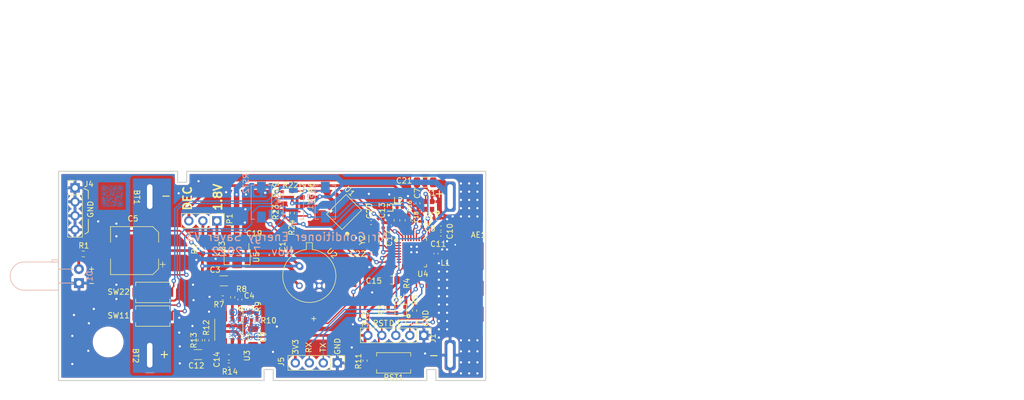
<source format=kicad_pcb>
(kicad_pcb (version 20211014) (generator pcbnew)
  (layers (0 "F.Cu" signal) (31 "B.Cu" signal) (34 "B.Paste" user) (35 "F.Paste" user) (36 "B.SilkS" user "B.Silkscreen") (37 "F.SilkS" user "F.Silkscreen") (38 "B.Mask" user) (39 "F.Mask" user) (44 "Edge.Cuts" user))
  (net 0 "")
  (net 1 "GND")
  (net 2 "Net-(AE1-Pad1)")
  (net 3 "Net-(C2-Pad1)")
  (net 4 "Net-(C3-Pad1)")
  (net 5 "Net-(C4-Pad1)")
  (net 6 "Net-(C4-Pad2)")
  (net 7 "Net-(C6-Pad1)")
  (net 8 "Net-(C7-Pad1)")
  (net 9 "Net-(C8-Pad1)")
  (net 10 "Net-(C9-Pad1)")
  (net 11 "Net-(C14-Pad1)")
  (net 12 "Net-(C10-Pad1)")
  (net 13 "Net-(C11-Pad1)")
  (net 14 "Net-(C12-Pad2)")
  (net 15 "Net-(C13-Pad1)")
  (net 16 "/PIR")
  (net 17 "/OP_VCC")
  (net 18 "Net-(C20-Pad2)")
  (net 19 "Net-(C22-Pad2)")
  (net 20 "Net-(D1-Pad2)")
  (net 21 "Net-(D3-Pad1)")
  (net 22 "Net-(D3-Pad2)")
  (net 23 "Net-(D3-Pad4)")
  (net 24 "/RESET")
  (net 25 "/SWCLK")
  (net 26 "/SWDIO")
  (net 27 "Net-(L2-Pad2)")
  (net 28 "Net-(L3-Pad2)")
  (net 29 "/IR1")
  (net 30 "/IR2")
  (net 31 "/LED_B")
  (net 32 "/LED_G")
  (net 33 "/LED_R")
  (net 34 "Net-(R7-Pad1)")
  (net 35 "/TX")
  (net 36 "/RX")
  (net 39 "Net-(R19-Pad1)")
  (net 40 "Net-(R22-Pad1)")
  (net 41 "/SW2")
  (net 42 "/SW1")
  (net 43 "/IR_IN")
  (net 44 "+3V0")
  (net 45 "Net-(BT1-Pad2)")
  (net 46 "+1V8")
  (net 47 "/DEC4")
  (net 49 "Net-(JP1-Pad2)")
  (footprint "Capacitor_SMD:CP_Elec_8x10.5" (layer "F.Cu") (at 110.8 87.7 180)
    (fp_text reference "C5")
    (fp_text value "1000uF")
  )
  (footprint "Crystal:Crystal_SMD_3215-2Pin_3.2x1.5mm" (layer "F.Cu") (at 154.175 85.55 -90)
    (fp_text reference "Y2")
    (fp_text value "32.768KHz")
  )
  (footprint "Capacitor_SMD:C_0402_1005Metric" (layer "F.Cu") (at 153.8 88.3)
    (fp_text reference "C22")
    (fp_text value "12pF")
  )
  (footprint "Motion_sense:IRM-H638" (layer "F.Cu") (at 148.8 80.7 45)
    (fp_text reference "U1")
    (fp_text value "IRM-H638T/TR2")
  )
  (footprint "RF_Antenna:Texas_SWRA117D_2.4GHz_Right" (layer "F.Cu") (at 168.975 88.75 -90)
    (fp_text reference "AE1")
    (fp_text value "Antenna_Dipole")
  )
  (footprint "Resistor_SMD:R_0402_1005Metric" (layer "F.Cu") (at 161.6 98.6 90)
    (fp_text reference "R5")
    (fp_text value "1K")
  )
  (footprint "Button_Switch_SMD:SW_SPST_EVQPE1" (layer "F.Cu") (at 114.1 99.6 180)
    (fp_text reference "SW11")
    (fp_text value "SW_Push")
  )
  (footprint "Capacitor_SMD:C_1206_3216Metric" (layer "F.Cu") (at 127 93.2 180)
    (fp_text reference "C3")
    (fp_text value "22uF")
  )
  (footprint "Button_Switch_SMD:SW_SPST_EVQPE1" (layer "F.Cu") (at 157.8 108.1 180)
    (fp_text reference "RST1")
    (fp_text value "SW_Push")
  )
  (footprint "Capacitor_SMD:C_0603_1608Metric" (layer "F.Cu") (at 160.4 82.2 -90)
    (fp_text reference "C16")
    (fp_text value "1uF")
  )
  (footprint "Connector_PinHeader_2.54mm:PinHeader_1x03_P2.54mm_Vertical" (layer "F.Cu") (at 125.725 82.3 -90)
    (fp_text reference "JP1")
    (fp_text value "Jumper_3_Bridged12")
  )
  (footprint "Resistor_SMD:R_0402_1005Metric" (layer "F.Cu") (at 152.6 107.7 90)
    (fp_text reference "R11")
    (fp_text value "10K")
  )
  (footprint "Resistor_SMD:R_0603_1608Metric" (layer "F.Cu") (at 101.5 88.3)
    (fp_text reference "R1")
    (fp_text value "100R")
  )
  (footprint "Package_DFN_QFN:QFN-32-1EP_5x5mm_P0.5mm_EP3.6x3.6mm" (layer "F.Cu") (at 161.175 88.05)
    (fp_text reference "U4")
    (fp_text value "nRF52810-QCAA-R")
  )
  (footprint "Inductor_SMD:L_0603_1608Metric" (layer "F.Cu") (at 158.4 82.2 -90)
    (fp_text reference "L3")
    (fp_text value "10uH")
  )
  (footprint "Connector_PinHeader_2.54mm:PinHeader_1x04_P2.54mm_Vertical" (layer "F.Cu") (at 100 76.3)
    (fp_text reference "J4")
    (fp_text value "Conn_01x04_Male")
  )
  (footprint "Capacitor_SMD:C_0402_1005Metric" (layer "F.Cu") (at 165.475 88.25 90)
    (fp_text reference "C11")
    (fp_text value "0.8pF")
  )
  (footprint "Capacitor_SMD:C_0402_1005Metric" (layer "F.Cu") (at 155.9 83.1 90)
    (fp_text reference "C13")
    (fp_text value "100nF")
  )
  (footprint "Crystal:Crystal_SMD_2016-4Pin_2.0x1.6mm" (layer "F.Cu") (at 164.2 79.5 90)
    (fp_text reference "Y1")
    (fp_text value "32MHz")
  )
  (footprint "Resistor_SMD:R_0402_1005Metric" (layer "F.Cu") (at 123.9 104 -90)
    (fp_text reference "R12")
    (fp_text value "33K")
  )
  (footprint "Resistor_SMD:R_0603_1608Metric" (layer "F.Cu") (at 123.1 87.4 90)
    (fp_text reference "R2")
    (fp_text value "4.7K")
  )
  (footprint "Capacitor_SMD:C_0402_1005Metric" (layer "F.Cu") (at 163 82.9 90)
    (fp_text reference "C18")
    (fp_text value "100nF")
  )
  (footprint "Capacitor_SMD:C_0402_1005Metric" (layer "F.Cu") (at 165.6 81.8)
    (fp_text reference "C6")
    (fp_text value "12pF")
  )
  (footprint "Resistor_SMD:R_0402_1005Metric" (layer "F.Cu") (at 137.9 80.9 -90)
    (fp_text reference "R23")
    (fp_text value "10K")
  )
  (footprint "Resistor_SMD:R_0402_1005Metric" (layer "F.Cu") (at 128.6 96.2 90)
    (fp_text reference "R8")
    (fp_text value "10K")
  )
  (footprint "Resistor_SMD:R_0402_1005Metric" (layer "F.Cu") (at 132.5 100.3 180)
    (fp_text reference "R10")
    (fp_text value "30K")
  )
  (footprint "Resistor_SMD:R_0402_1005Metric" (layer "F.Cu") (at 137.6 77.5 -90)
    (fp_text reference "R19")
    (fp_text value "0R")
  )
  (footprint "Connector_PinHeader_2.54mm:PinHeader_1x05_P2.54mm_Vertical" (layer "F.Cu") (at 163.275 103.1 -90)
    (fp_text reference "J1")
    (fp_text value "Conn_01x05_Male")
  )
  (footprint "Connector_PinHeader_2.54mm:PinHeader_1x04_P2.54mm_Vertical" (layer "F.Cu") (at 147.58 108.1 -90)
    (fp_text reference "J5")
    (fp_text value "Conn_01x04_Male")
  )
  (footprint "Package_TO_SOT_SMD:SOT-89-3" (layer "F.Cu") (at 129.4 88.6 -90)
    (fp_text reference "U5")
    (fp_text value "HT7218")
  )
  (footprint "Capacitor_SMD:C_0402_1005Metric" (layer "F.Cu") (at 130 84.7)
    (fp_text reference "C19")
    (fp_text value "100nF")
  )
  (footprint "Capacitor_SMD:C_0402_1005Metric" (layer "F.Cu") (at 166.35 83.6)
    (fp_text reference "C8")
    (fp_text value "100pF")
  )
  (footprint "Motion_sense:FM-B2020RGBA-HG" (layer "F.Cu") (at 159.1 98.5 180)
    (fp_text reference "D3")
    (fp_text value "LED_RGBA")
  )
  (footprint "Capacitor_SMD:C_0603_1608Metric" (layer "F.Cu") (at 141.2 78.8 90)
    (fp_text reference "C2")
    (fp_text value "4.7uF")
  )
  (footprint "Resistor_SMD:R_0603_1608Metric" (layer "F.Cu") (at 142.9 78.8 90)
    (fp_text reference "R6")
    (fp_text value "100R")
  )
  (footprint "Capacitor_SMD:C_0402_1005Metric" (layer "F.Cu") (at 162.2 79.1 -90)
    (fp_text reference "C7")
    (fp_text value "12pF")
  )
  (footprint "Button_Switch_SMD:SW_SPST_EVQPE1" (layer "F.Cu") (at 114.1 95.3)
    (fp_text reference "SW22")
    (fp_text value "SW_Push")
  )
  (footprint "Resistor_SMD:R_0402_1005Metric" (layer "F.Cu") (at 126.8 96.3 180)
    (fp_text reference "R7")
    (fp_text value "47K")
  )
  (footprint "Resistor_SMD:R_0603_1608Metric" (layer "F.Cu") (at 131.7 98.1 -90)
    (fp_text reference "R9")
    (fp_text value "2.1M")
  )
  (footprint "Capacitor_SMD:C_0402_1005Metric" (layer "F.Cu") (at 125.5 87.4 -90)
    (fp_text reference "C23")
    (fp_text value "100nF")
  )
  (footprint "Package_TO_SOT_THT:TO-39-3" (layer "F.Cu") (at 140.703949 90.503949 -45)
    (fp_text reference "U2")
    (fp_text value "PIR203A-S0")
  )
  (footprint "Capacitor_SMD:C_0402_1005Metric" (layer "F.Cu") (at 157 83.1 90)
    (fp_text reference "C17")
    (fp_text value "100nF")
  )
  (footprint "Package_SO:SOIC-8_3.9x4.9mm_P1.27mm" (layer "F.Cu") (at 127.9 102.1 -90)
    (fp_text reference "U3")
    (fp_text value "RS8032XK")
  )
  (footprint "Capacitor_SMD:C_0402_1005Metric" (layer "F.Cu") (at 153.7 82.6)
    (fp_text reference "C20")
    (fp_text value "12pF")
  )
  (footprint "Capacitor_SMD:C_0805_2012Metric" (layer "F.Cu") (at 157.475 93.05 180)
    (fp_text reference "C15")
    (fp_text value "4.7uF")
  )
  (footprint "Capacitor_SMD:C_1206_3216Metric" (layer "F.Cu") (at 132.3 103.4 -90)
    (fp_text reference "C9")
    (fp_text value "10uF")
  )
  (footprint "Motion_sense:AA Batt" (layer "F.Cu") (at 140.3 106.7 180)
    (fp_text reference "BT2")
    (fp_text value "Battery_Cell")
  )
  (footprint "Capacitor_SMD:C_0402_1005Metric" (layer "F.Cu") (at 166.35 84.7)
    (fp_text reference "C10")
    (fp_text value "NC")
  )
  (footprint "Inductor_SMD:L_0402_1005Metric" (layer "F.Cu") (at 167.175 88.75 180)
    (fp_text reference "L1")
    (fp_text value "3.9nH")
  )
  (footprint "Capacitor_SMD:C_0402_1005Metric" (layer "F.Cu") (at 129.9 96.6 -90)
    (fp_text reference "C4")
    (fp_text value "10nF")
  )
  (footprint "Resistor_SMD:R_0402_1005Metric" (layer "F.Cu") (at 160.025 95.7 90)
    (fp_text reference "R4")
    (fp_text value "1K")
  )
  (footprint "Inductor_SMD:L_0402_1005Metric" (layer "F.Cu") (at 158.9 79.8 180)
    (fp_text reference "L2")
    (fp_text value "15nH")
  )
  (footprint "Capacitor_SMD:C_1206_3216Metric" (layer "F.Cu") (at 163.5 75.3)
    (fp_text reference "C21")
    (fp_text value "10uF")
  )
  (footprint "Capacitor_SMD:C_0603_1608Metric" (layer "F.Cu") (at 127.9 107.1)
    (fp_text reference "C14")
    (fp_text value "20nF")
  )
  (footprint "Capacitor_SMD:C_1206_3216Metric" (layer "F.Cu") (at 122.3 106.6)
    (fp_text reference "C12")
    (fp_text value "10uF")
  )
  (footprint "Resistor_SMD:R_0402_1005Metric" (layer "F.Cu") (at 156.8 98.5 90)
    (fp_text reference "R3")
    (fp_text value "1K")
  )
  (footprint "Capacitor_SMD:C_0402_1005Metric" (layer "F.Cu") (at 138.8 87 90)
    (fp_text reference "C1")
    (fp_text value "10nF")
  )
  (footprint "Resistor_SMD:R_0402_1005Metric" (layer "F.Cu") (at 122.7 104 90)
    (fp_text reference "R13")
    (fp_text value "22K")
  )
  (footprint "Resistor_SMD:R_0402_1005Metric" (layer "F.Cu") (at 139.4 77.5 -90)
    (fp_text reference "R22")
    (fp_text value "0R")
  )
  (footprint "Resistor_SMD:R_0402_1005Metric" (layer "F.Cu") (at 127.9 108.5)
    (fp_text reference "R14")
    (fp_text value "1M")
  )
  (footprint "Motion_sense:Mounting Hole 2.3mm" (layer "F.Cu") (at 106 104.3)
    (fp_text reference "H1")
    (fp_text value "MountingHole")
  )
  (footprint "Motion_sense:AA Batt" (layer "F.Cu") (at 141.3 77.9)
    (fp_text reference "BT1")
    (fp_text value "Battery_Cell")
  )
  (footprint "Resistor_SMD:R_0402_1005Metric" (layer "F.Cu") (at 139.4 80.9 -90)
    (fp_text reference "R24")
    (fp_text value "10K")
  )
  (footprint "Button_Switch_SMD:SW_SPST_EVQPE1" (layer "B.Cu") (at 145.4 78.9 90)
    (fp_text reference "SW1")
    (fp_text value "SW_Push")
  )
  (footprint "Motion_sense:QR_Code_4mm" (layer "B.Cu") (at 106.7 77.8 180)
    (fp_text reference "G***")
    (fp_text value "LOGO" hide)
  )
  (footprint "Button_Switch_SMD:SW_SPST_EVQPE1" (layer "B.Cu") (at 139.6 78.9 90)
    (fp_text reference "SW2")
    (fp_text value "SW_Push")
  )
  (footprint "Motion_sense:QR_Code_6mm" (layer "B.Cu") (at 130.9 101.1 180)
    (fp_text reference "G***")
    (fp_text value "LOGO" hide)
  )
  (footprint "Button_Switch_SMD:SW_SPST_EVQPE1" (layer "B.Cu") (at 133.8 78.9 -90)
    (fp_text reference "RST2")
    (fp_text value "SW_Push")
  )
  (footprint "LED_THT:LED_D5.0mm_Horizontal_O3.81mm_Z3.0mm" (layer "B.Cu") (at 100.7 93.6 90)
    (fp_text reference "D1")
    (fp_text value "IR333-A")
  )
  (gr_line (start 102.4 84.3) (end 101.8 84.7) (layer "F.SilkS") (width 0.15))
  (gr_line (start 101.6 76.4) (end 102.4 76.8) (layer "F.SilkS") (width 0.15))
  (gr_line (start 102.4 82) (end 102.4 84.3) (layer "F.SilkS") (width 0.15))
  (gr_line (start 102.4 76.8) (end 102.4 78.3) (layer "F.SilkS") (width 0.15))
  (gr_line (start 97 73.3) (end 118.6 73.3) (layer "Edge.Cuts") (width 0.2))
  (gr_line (start 120.25 75.3) (end 120.25 73.3) (layer "Edge.Cuts") (width 0.2))
  (gr_line (start 134.3 111.3) (end 134.3 109.3) (layer "Edge.Cuts") (width 0.2))
  (gr_line (start 163.8 109.3) (end 165.45 109.3) (layer "Edge.Cuts") (width 0.2))
  (gr_line (start 135.95 111.3) (end 163.8 111.3) (layer "Edge.Cuts") (width 0.2))
  (gr_line (start 97 111.3) (end 134.3 111.3) (layer "Edge.Cuts") (width 0.2))
  (gr_line (start 118.6 73.3) (end 118.6 75.3) (layer "Edge.Cuts") (width 0.2))
  (gr_line (start 134.3 109.3) (end 135.95 109.3) (layer "Edge.Cuts") (width 0.2))
  (gr_line (start 118.6 75.3) (end 120.25 75.3) (layer "Edge.Cuts") (width 0.2))
  (gr_line (start 120.25 73.3) (end 174.5 73.3) (layer "Edge.Cuts") (width 0.2))
  (gr_line (start 135.95 109.3) (end 135.95 111.3) (layer "Edge.Cuts") (width 0.2))
  (gr_line (start 163.8 111.3) (end 163.8 109.3) (layer "Edge.Cuts") (width 0.2))
  (gr_line (start 174.5 111.3) (end 174.5 73.3) (layer "Edge.Cuts") (width 0.2))
  (gr_line (start 97 111.3) (end 97 73.3) (layer "Edge.Cuts") (width 0.2))
  (gr_line (start 165.45 109.3) (end 165.45 111.3) (layer "Edge.Cuts") (width 0.2))
  (gr_line (start 165.45 111.3) (end 174.5 111.3) (layer "Edge.Cuts") (width 0.2))
  (gr_text "Air Conditioner Energy Saver V3" (at 138.5 85.2) (layer "B.SilkS") (effects (font (size 1.5 1.5) (thickness 0.2)) (justify mirror)))
  (gr_text "Nov. 7, 2022" (at 132.2 87.9) (layer "B.SilkS") (effects (font (size 1.5 1.5) (thickness 0.2)) (justify mirror)))
  (gr_text "RX" (at 142.4 105.3 90) (layer "F.SilkS") (effects (font (size 1 1))))
  (gr_text "TX" (at 145 105.3 90) (layer "F.SilkS") (effects (font (size 1 1))))
  (gr_text "3V3" (at 152.7 100.2 90) (layer "F.SilkS") (effects (font (size 1 1))))
  (gr_text "GND" (at 163.6 100 90) (layer "F.SilkS") (effects (font (size 1 1))))
  (gr_text "CLK" (at 161.2 100.8) (layer "F.SilkS") (effects (font (size 1 1))))
  (gr_text "RST" (at 155.4 100.9) (layer "F.SilkS") (effects (font (size 1 1))))
  (gr_text "3V3" (at 140 105.2 90) (layer "F.SilkS") (effects (font (size 1 1))))
  (gr_text "1.8V" (at 125.9 78 90) (layer "F.SilkS") (effects (font (size 1.5 1.5) (thickness 0.3))))
  (gr_text "+" (at 143.3 100) (layer "F.SilkS") (effects (font (size 1 1))))
  (gr_text "GND" (at 102.8 80.2 90) (layer "F.SilkS") (effects (font (size 1 1))))
  (gr_text "DIO" (at 158.2 100.9) (layer "F.SilkS") (effects (font (size 1 1))))
  (gr_text "+" (at 103 91) (layer "F.SilkS") (effects (font (size 1 1))))
  (gr_text "GND" (at 147.6 105.1 90) (layer "F.SilkS") (effects (font (size 1 1))))
  (gr_text "DEC" (at 120.4 78.2 90) (layer "F.SilkS") (effects (font (size 1.5 1.5) (thickness 0.3))))
  (gr_text "-" (at 103 93.6) (layer "F.SilkS") (effects (font (size 1 1))))
  (segment (start 168.975 86.65) (end 167.85 86.65) (width 0.5) (layer "F.Cu") (net 1))
  (segment (start 157 81.4) (end 156.9 81.3) (width 0.5) (layer "F.Cu") (net 1))
  (segment (start 157 82.62) (end 155.9 82.62) (width 0.5) (layer "F.Cu") (net 1))
  (segment (start 160.4 82.975) (end 161.025 82.975) (width 0.254) (layer "F.Cu") (net 1))
  (segment (start 157 82.62) (end 157 81.4) (width 0.5) (layer "F.Cu") (net 1))
  (segment (start 140.27548 78.22452) (end 140.27548 80.12452) (width 0.5) (layer "F.Cu") (net 1))
  (segment (start 161.025 82.975) (end 161.6 82.4) (width 0.254) (layer "F.Cu") (net 1))
  (segment (start 163 80.85) (end 163 82.42) (width 0.3) (layer "F.Cu") (net 1))
  (segment (start 167.85 86.65) (end 167.5 86.3) (width 0.5) (layer "F.Cu") (net 1))
  (segment (start 164.75 78.8) (end 164.75 77.45) (width 0.3) (layer "F.Cu") (net 1))
  (segment (start 160.4 78.7) (end 160.4 77.8) (width 0.3) (layer "F.Cu") (net 1))
  (segment (start 163.625 88.3) (end 164.541374 88.3) (width 0.254) (layer "F.Cu") (net 1))
  (segment (start 163.65 80.2) (end 163 80.85) (width 0.3) (layer "F.Cu") (net 1))
  (segment (start 165.071374 87.77) (end 165.475 87.77) (width 0.254) (layer "F.Cu") (net 1))
  (segment (start 161.28 79.58) (end 160.8 79.1) (width 0.3) (layer "F.Cu") (net 1))
  (segment (start 165.475 87.77) (end 166.33 87.77) (width 0.254) (layer "F.Cu") (net 1))
  (segment (start 161.6 82.4) (end 162.98 82.4) (width 0.254) (layer "F.Cu") (net 1))
  (segment (start 139.4 80.39) (end 137.9 80.39) (width 0.5) (layer "F.Cu") (net 1))
  (segment (start 164.541374 88.3) (end 165.071374 87.77) (width 0.254) (layer "F.Cu") (net 1))
  (segment (start 164.75 77.45) (end 162.6 75.3) (width 0.3) (layer "F.Cu") (net 1))
  (segment (start 163.03 79.58) (end 163.65 80.2) (width 0.3) (layer "F.Cu") (net 1))
  (segment (start 162.2 79.58) (end 163.03 79.58) (width 0.3) (layer "F.Cu") (net 1))
  (segment (start 141.2 78.025) (end 140.475 78.025) (width 0.5) (layer "F.Cu") (net 1))
  (segment (start 160.925 83.5) (end 160.4 82.975) (width 0.254) (layer "F.Cu") (net 1))
  (segment (start 162.98 82.4) (end 163 82.42) (width 0.254) (layer "F.Cu") (net 1))
  (segment (start 160.925 85.6) (end 160.925 83.5) (width 0.254) (layer "F.Cu") (net 1))
  (segment (start 140.01 80.39) (end 139.4 80.39) (width 0.5) (layer "F.Cu") (net 1))
  (segment (start 167.5 86.3) (end 167.5 86) (width 0.5) (layer "F.Cu") (net 1))
  (segment (start 160.8 79.1) (end 160.4 78.7) (width 0.3) (layer "F.Cu") (net 1))
  (segment (start 166.33 87.77) (end 166.6 87.5) (width 0.254) (layer "F.Cu") (net 1))
  (segment (start 140.27548 80.12452) (end 140.01 80.39) (width 0.5) (layer "F.Cu") (net 1))
  (segment (start 140.475 78.025) (end 140.27548 78.22452) (width 0.5) (layer "F.Cu") (net 1))
  (segment (start 162.6 75.3) (end 162.025 75.3) (width 0.3) (layer "F.Cu") (net 1))
  (segment (start 162.2 79.58) (end 161.28 79.58) (width 0.3) (layer "F.Cu") (net 1))
  (via (at 134.5 77.2) (size 0.8) (drill 0.4) (layers "F.Cu" "B.Cu") (net 1))
  (via (at 130.8 82.6) (size 0.8) (drill 0.4) (layers "F.Cu" "B.Cu") (net 1))
  (via (at 171.5 108) (size 0.8) (drill 0.4) (layers "F.Cu" "B.Cu") (net 1))
  (via (at 167.5 86) (size 0.8) (drill 0.4) (layers "F.Cu" "B.Cu") (net 1))
  (via (at 166 94.5) (size 0.8) (drill 0.4) (layers "F.Cu" "B.Cu") (net 1))
  (via (at 170 75.5) (size 0.8) (drill 0.4) (layers "F.Cu" "B.Cu") (net 1))
  (via (at 124.4 96.1) (size 0.8) (drill 0.4) (layers "F.Cu" "B.Cu") (net 1))
  (via (at 104.2 82.4) (size 0.8) (drill 0.4) (layers "F.Cu" "B.Cu") (net 1))
  (via (at 173 77) (size 0.8) (drill 0.4) (layers "F.Cu" "B.Cu") (net 1))
  (via (at 171.5 75.5) (size 0.8) (drill 0.4) (layers "F.Cu" "B.Cu") (net 1))
  (via (at 166 99) (size 0.8) (drill 0.4) (layers "F.Cu" "B.Cu") (net 1))
  (via (at 118.8 77.3) (size 0.8) (drill 0.4) (layers "F.Cu" "B.Cu") (net 1))
  (via (at 166 102) (size 0.8) (drill 0.4) (layers "F.Cu" "B.Cu") (net 1))
  (via (at 173 81.5) (size 0.8) (drill 0.4) (layers "F.Cu" "B.Cu") (net 1))
  (via (at 173 110) (size 0.8) (drill 0.4) (layers "F.Cu" "B.Cu") (net 1))
  (via (at 166 91.5) (size 0.8) (drill 0.4) (layers "F.Cu" "B.Cu") (net 1))
  (via (at 162 87) (size 0.8) (drill 0.4) (layers "F.Cu" "B.Cu") (net 1))
  (via (at 103.4 98.3) (size 0.8) (drill 0.4) (layers "F.Cu" "B.Cu") (net 1))
  (via (at 167.5 102) (size 0.8) (drill 0.4) (layers "F.Cu" "B.Cu") (net 1))
  (via (at 173 104) (size 0.8) (drill 0.4) (layers "F.Cu" "B.Cu") (net 1))
  (via (at 167.5 94.5) (size 0.8) (drill 0.4) (layers "F.Cu" "B.Cu") (net 1))
  (via (at 167.5 93) (size 0.8) (drill 0.4) (layers "F.Cu" "B.Cu") (net 1))
  (via (at 171.5 78.5) (size 0.8) (drill 0.4) (layers "F.Cu" "B.Cu") (net 1))
  (via (at 163.5 106.4) (size 0.8) (drill 0.4) (layers "F.Cu" "B.Cu") (net 1))
  (via (at 170 80) (size 0.8) (drill 0.4) (layers "F.Cu" "B.Cu") (net 1))
  (via (at 166.6 87.5) (size 0.8) (drill 0.4) (layers "F.Cu" "B.Cu") (net 1))
  (via (at 167.5 100.5) (size 0.8) (drill 0.4) (layers "F.Cu" "B.Cu") (net 1))
  (via (at 167.5 90) (size 0.8) (drill 0.4) (layers "F.Cu" "B.Cu") (net 1))
  (via (at 157 77.5) (size 0.8) (drill 0.4) (layers "F.Cu" "B.Cu") (net 1))
  (via (at 171.5 77) (size 0.8) (drill 0.4) (layers "F.Cu" "B.Cu") (net 1))
  (via (at 167.5 82) (size 0.8) (drill 0.4) (layers "F.Cu" "B.Cu") (net 1))
  (via (at 171.5 80) (size 0.8) (drill 0.4) (layers "F.Cu" "B.Cu") (net 1))
  (via (at 160.4 77.8) (size 0.8) (drill 0.4) (layers "F.Cu" "B.Cu") (net 1))
  (via (at 150.4 101.1) (size 0.8) (drill 0.4) (layers "F.Cu" "B.Cu") (net 1))
  (via (at 166 100.5) (size 0.8) (drill 0.4) (layers "F.Cu" "B.Cu") (net 1))
  (via (at 161 88) (size 0.8) (drill 0.4) (layers "F.Cu" "B.Cu") (net 1))
  (via (at 107.5 96.5) (size 0.8) (drill 0.4) (layers "F.Cu" "B.Cu") (net 1))
  (via (at 99.5 108.3) (size 0.8) (drill 0.4) (layers "F.Cu" "B.Cu") (net 1))
  (via (at 121.3 101.4) (size 0.8) (drill 0.4) (layers "F.Cu" "B.Cu") (net 1))
  (via (at 107.5 85.1) (size 0.8) (drill 0.4) (layers "F.Cu" "B.Cu") (net 1))
  (via (at 121.5 96.7) (size 0.8) (drill 0.4) (layers "F.Cu" "B.Cu") (net 1))
  (via (at 99.5 103.2) (size 0.8) (drill 0.4) (layers "F.Cu" "B.Cu") (net 1))
  (via (at 170 78.5) (size 0.8) (drill 0.4) (layers "F.Cu" "B.Cu") (net 1))
  (via (at 173 106) (size 0.8) (drill 0.4) (layers "F.Cu" "B.Cu") (net 1))
  (via (at 162 88) (size 0.8) (drill 0.4) (layers "F.Cu" "B.Cu") (net 1))
  (via (at 171.5 81.5) (size 0.8) (drill 0.4) (layers "F.Cu" "B.Cu") (net 1))
  (via (at 153.4 90.7) (size 0.8) (drill 0.4) (layers "F.Cu" "B.Cu") (net 1))
  (via (at 166 103.5) (size 0.8) (drill 0.4) (layers "F.Cu" "B.Cu") (net 1))
  (via (at 173 78.5) (size 0.8) (drill 0.4) (layers "F.Cu" "B.Cu") (net 1))
  (via (at 150.2 105.3) (size 0.8) (drill 0.4) (layers "F.Cu" "B.Cu") (net 1))
  (via (at 119 105.1) (size 0.8) (drill 0.4) (layers "F.Cu" "B.Cu") (net 1))
  (via (at 170 108) (size 0.8) (drill 0.4) (layers "F.Cu" "B.Cu") (net 1))
  (via (at 167.5 91.5) (size 0.8) (drill 0.4) (layers "F.Cu" "B.Cu") (net 1))
  (via (at 156.9 81.3) (size 0.8) (drill 0.4) (layers "F.Cu" "B.Cu") (net 1))
  (via (at 99.8 99.4) (size 0.8) (drill 0.4) (layers "F.Cu" "B.Cu") (net 1))
  (via (at 167.5 87.5) (size 0.8) (drill 0.4) (layers "F.Cu" "B.Cu") (net 1))
  (via (at 170 77) (size 0.8) (drill 0.4) (layers "F.Cu" "B.Cu") (net 1))
  (via (at 170 104) (size 0.8) (drill 0.4) (layers "F.Cu" "B.Cu") (net 1))
  (via (at 153.9 95.3) (size 0.8) (drill 0.4) (layers "F.Cu" "B.Cu") (net 1))
  (via (at 170 81.5) (size 0.8) (drill 0.4) (layers "F.Cu" "B.Cu") (net 1))
  (via (at 167.5 97.5) (size 0.8) (drill 0.4) (layers "F.Cu" "B.Cu") (net 1))
  (via (at 161 87) (size 0.8) (drill 0.4) (layers "F.Cu" "B.Cu") (net 1))
  (via (at 151 85.4) (size 0.8) (drill 0.4) (layers "F.Cu" "B.Cu") (net 1))
  (via (at 136.6 101.5) (size 0.8) (drill 0.4) (layers "F.Cu" "B.Cu") (net 1))
  (via (at 153.3 77.4) (size 0.8) (drill 0.4) (layers "F.Cu" "B.Cu") (net 1))
  (via (at 166 96) (size 0.8) (drill 0.4) (layers "F.Cu" "B.Cu") (net 1))
  (via (at 127.4 77.1) (size 0.8) (drill 0.4) (layers "F.Cu" "B.Cu") (net 1))
  (via (at 171.5 106) (size 0.8) (drill 0.4) (layers "F.Cu" "B.Cu") (net 1))
  (via (at 130.9 80.2) (size 0.8) (drill 0.4) (layers "F.Cu" "B.Cu") (net 1))
  (via (at 119 108.2) (size 0.8) (drill 0.4) (layers "F.Cu" "B.Cu") (net 1))
  (via (at 118.9 102.6) (size 0.8) (drill 0.4) (layers "F.Cu" "B.Cu") (net 1))
  (via (at 136.1 80.6) (size 0.8) (drill 0.4) (layers "F.Cu" "B.Cu") (net 1))
  (via (at 118.9 99.9) (size 0.8) (drill 0.4) (layers "F.Cu" "B.Cu") (net 1))
  (via (at 135.9 106.1) (size 0.8) (drill 0.4) (layers "F.Cu" "B.Cu") (net 1))
  (via (at 171.5 104) (size 0.8) (drill 0.4) (layers "F.Cu" "B.Cu") (net 1))
  (via (at 173 75.5) (size 0.8) (drill 0.4) (layers "F.Cu" "B.Cu") (net 1))
  (via (at 107.5 93.9) (size 0.8) (drill 0.4) (layers "F.Cu" "B.Cu") (net 1))
  (via (at 166 97.5) (size 0.8) (drill 0.4) (layers "F.Cu" "B.Cu") (net 1))
  (via (at 124.3 98.8) (size 0.8) (drill 0.4) (layers "F.Cu" "B.Cu") (net 1))
  (via (at 107.5 82.8) (size 0.8) (drill 0.4) (layers "F.Cu" "B.Cu") (net 1))
  (via (at 170 110) (size 0.8) (drill 0.4) (layers "F.Cu" "B.Cu") (net 1))
  (via (at 166 93) (size 0.8) (drill 0.4) (layers "F.Cu" "B.Cu") (net 1))
  (via (at 167.5 99) (size 0.8) (drill 0.4) (layers "F.Cu" "B.Cu") (net 1))
  (via (at 168.5 81.5) (size 0.8) (drill 0.4) (layers "F.Cu" "B.Cu") (net 1))
  (via (at 122 89.4) (size 0.8) (drill 0.4) (layers "F.Cu" "B.Cu") (net 1))
  (via (at 121.4 93.9) (size 0.8) (drill 0.4) (layers "F.Cu" "B.Cu") (net 1))
  (via (at 125.5 89.2) (size 0.8) (drill 0.4) (layers "F.Cu" "B.Cu") (net 1))
  (via (at 173 80) (size 0.8) (drill 0.4) (layers "F.Cu" "B.Cu") (net 1))
  (via (at 173 108) (size 0.8) (drill 0.4) (layers "F.Cu" "B.Cu") (net 1))
  (via (at 167.5 96) (size 0.8) (drill 0.4) (layers "F.Cu" "B.Cu") (net 1))
  (via (at 102.5 100.9) (size 0.8) (drill 0.4) (layers "F.Cu" "B.Cu") (net 1))
  (via (at 170 106) (size 0.8) (drill 0.4) (layers "F.Cu" "B.Cu") (net 1))
  (via (at 131 77.5) (size 0.8) (drill 0.4) (layers "F.Cu" "B.Cu") (net 1))
  (via (at 171.5 110) (size 0.8) (drill 0.4) (layers "F.Cu" "B.Cu") (net 1))
  (via (at 102.4 105.9) (size 0.8) (drill 0.4) (layers "F.Cu" "B.Cu") (net 1))
  (via (at 122.4 75.1) (size 0.8) (drill 0.4) (layers "F.Cu" "B.Cu") (net 1))
  (via (at 166 90) (size 0.8) (drill 0.4) (layers "F.Cu" "B.Cu") (net 1))
  (segment (start 168.975 88.75) (end 167.66 88.75) (width 0.5) (layer "F.Cu") (net 2))
  (segment (start 145.773781 79.625) (end 145.851365 79.547416) (width 0.5) (layer "F.Cu") (net 3))
  (segment (start 142.85 79.575) (end 142.9 79.625) (width 0.5) (layer "F.Cu") (net 3))
  (segment (start 141.2 79.575) (end 142.85 79.575) (width 0.5) (layer "F.Cu") (net 3))
  (segment (start 142.9 79.625) (end 145.773781 79.625) (width 0.5) (layer "F.Cu") (net 3))
  (segment (start 128.6 93.325) (end 128.475 93.2) (width 0.5) (layer "F.Cu") (net 4))
  (segment (start 128.6 95.69) (end 128.6 93.325) (width 0.5) (layer "F.Cu") (net 4))
  (segment (start 128.726636 96.71) (end 128.6 96.71) (width 0.5) (layer "F.Cu") (net 5))
  (segment (start 128.535 96.775) (end 128.6 96.71) (width 0.5) (layer "F.Cu") (net 5))
  (segment (start 128.535 99.625) (end 128.535 96.775) (width 0.5) (layer "F.Cu") (net 5))
  (segment (start 131.7 96.4) (end 131.7 97.275) (width 0.5) (layer "F.Cu") (net 5))
  (segment (start 129.316636 96.12) (end 128.726636 96.71) (width 0.5) (layer "F.Cu") (net 5))
  (segment (start 129.9 96.12) (end 129.316636 96.12) (width 0.5) (layer "F.Cu") (net 5))
  (segment (start 129.9 96.12) (end 131.42 96.12) (width 0.5) (layer "F.Cu") (net 5))
  (segment (start 131.42 96.12) (end 131.7 96.4) (width 0.5) (layer "F.Cu") (net 5))
  (segment (start 132.625 98.925) (end 133.01 99.31) (width 0.5) (layer "F.Cu") (net 6))
  (segment (start 131.7 98.925) (end 130.505 98.925) (width 0.5) (layer "F.Cu") (net 6))
  (segment (start 133.01 99.31) (end 133.01 100.3) (width 0.5) (layer "F.Cu") (net 6))
  (segment (start 129.805 97.175) (end 129.9 97.08) (width 0.5) (layer "F.Cu") (net 6))
  (segment (start 131.7 98.925) (end 132.625 98.925) (width 0.5) (layer "F.Cu") (net 6))
  (segment (start 130.505 98.925) (end 129.805 99.625) (width 0.5) (layer "F.Cu") (net 6))
  (segment (start 129.805 99.625) (end 129.805 97.175) (width 0.5) (layer "F.Cu") (net 6))
  (segment (start 165.12 82.78) (end 165.12 81.8) (width 0.254) (layer "F.Cu") (net 7))
  (segment (start 164.117252 86.8) (end 164.54648 86.370772) (width 0.254) (layer "F.Cu") (net 7))
  (segment (start 164.75 80.85) (end 165.12 81.22) (width 0.3) (layer "F.Cu") (net 7))
  (segment (start 164.54648 86.370772) (end 164.54648 83.35352) (width 0.254) (layer "F.Cu") (net 7))
  (segment (start 164.54648 83.35352) (end 165.12 82.78) (width 0.254) (layer "F.Cu") (net 7))
  (segment (start 163.625 86.8) (end 164.117252 86.8) (width 0.254) (layer "F.Cu") (net 7))
  (segment (start 165.12 81.22) (end 165.12 81.8) (width 0.3) (layer "F.Cu") (net 7))
  (segment (start 164.75 80.2) (end 164.75 80.85) (width 0.3) (layer "F.Cu") (net 7))
  (segment (start 162.2 78.62) (end 163.47 78.62) (width 0.3) (layer "F.Cu") (net 8))
  (segment (start 164.09296 84.2) (end 164.09296 81.99296) (width 0.254) (layer "F.Cu") (net 8))
  (segment (start 163.47 78.62) (end 163.65 78.8) (width 0.3) (layer "F.Cu") (net 8))
  (segment (start 164.09296 85.83204) (end 164.09296 84.2) (width 0.254) (layer "F.Cu") (net 8))
  (segment (start 164.09296 81.99296) (end 164 81.9) (width 0.254) (layer "F.Cu") (net 8))
  (segment (start 163.625 86.3) (end 164.09296 85.83204) (width 0.254) (layer "F.Cu") (net 8))
  (segment (start 163.6 77.4) (end 163.6 78.75) (width 0.254) (layer "F.Cu") (net 8))
  (segment (start 163.6 78.75) (end 163.65 78.8) (width 0.254) (layer "F.Cu") (net 8))
  (via (at 163.6 77.4) (size 0.8) (drill 0.4) (layers "F.Cu" "B.Cu") (net 8))
  (via (at 164 81.9) (size 0.8) (drill 0.4) (layers "F.Cu" "B.Cu") (net 8))
  (segment (start 164 81.9) (end 164 77.8) (width 0.254) (layer "B.Cu") (net 8))
  (segment (start 164 77.8) (end 163.6 77.4) (width 0.254) (layer "B.Cu") (net 8))
  (segment (start 163.625 87.3) (end 164.258626 87.3) (width 0.254) (layer "F.Cu") (net 9))
  (segment (start 165.5 83.6) (end 165.87 83.6) (width 0.254) (layer "F.Cu") (net 9))
  (segment (start 164.258626 87.3) (end 165 86.558626) (width 0.254) (layer "F.Cu") (net 9))
  (segment (start 165 84.1) (end 165.5 83.6) (width 0.254) (layer "F.Cu") (net 9))
  (segment (start 165 86.558626) (end 165 84.1) (width 0.254) (layer "F.Cu") (net 9))
  (segment (start 131.99 100.3) (end 131.99 101.615) (width 0.5) (layer "F.Cu") (net 10))
  (segment (start 131.99 101.615) (end 132.3 101.925) (width 0.5) (layer "F.Cu") (net 10))
  (segment (start 132.3 108.3) (end 130.9 109.7) (width 0.5) (layer "F.Cu") (net 11))
  (segment (start 127.265 106.96) (end 127.125 107.1) (width 0.5) (layer "F.Cu") (net 11))
  (segment (start 127.6 109.7) (end 127.39 109.49) (width 0.5) (layer "F.Cu") (net 11))
  (segment (start 132.3 104.875) (end 132.3 108.3) (width 0.5) (layer "F.Cu") (net 11))
  (segment (start 127.39 109.49) (end 127.39 108.5) (width 0.5) (layer "F.Cu") (net 11))
  (segment (start 127.265 104.575) (end 127.265 106.96) (width 0.5) (layer "F.Cu") (net 11))
  (segment (start 127.125 107.1) (end 127.125 108.235) (width 0.5) (layer "F.Cu") (net 11))
  (segment (start 130.9 109.7) (end 127.6 109.7) (width 0.5) (layer "F.Cu") (net 11))
  (segment (start 127.125 108.235) (end 127.39 108.5) (width 0.5) (layer "F.Cu") (net 11))
  (segment (start 163.625 87.8) (end 164.4 87.8) (width 0.254) (layer "F.Cu") (net 12))
  (segment (start 165.87 86.33) (end 165.87 84.7) (width 0.254) (layer "F.Cu") (net 12))
  (segment (start 164.4 87.8) (end 165.87 86.33) (width 0.254) (layer "F.Cu") (net 12))
  (segment (start 166.69 88.75) (end 165.495 88.75) (width 0.5) (layer "F.Cu") (net 13))
  (segment (start 165.405 88.8) (end 165.475 88.73) (width 0.254) (layer "F.Cu") (net 13))
  (segment (start 165.495 88.75) (end 165.475 88.73) (width 0.5) (layer "F.Cu") (net 13))
  (segment (start 163.625 88.8) (end 165.405 88.8) (width 0.254) (layer "F.Cu") (net 13))
  (segment (start 125.93 104.51) (end 125.995 104.575) (width 0.5) (layer "F.Cu") (net 14))
  (segment (start 123.775 104.635) (end 123.9 104.51) (width 0.5) (layer "F.Cu") (net 14))
  (segment (start 123.775 106.6) (end 123.775 104.635) (width 0.5) (layer "F.Cu") (net 14))
  (segment (start 123.9 104.51) (end 125.93 104.51) (width 0.5) (layer "F.Cu") (net 14))
  (segment (start 122.7 104.51) (end 123.9 104.51) (width 0.5) (layer "F.Cu") (net 14))
  (segment (start 158.3 86.3) (end 155.9 83.9) (width 0.254) (layer "F.Cu") (net 15))
  (segment (start 155.9 83.9) (end 155.9 83.58) (width 0.254) (layer "F.Cu") (net 15))
  (segment (start 158.725 86.3) (end 158.3 86.3) (width 0.254) (layer "F.Cu") (net 15))
  (segment (start 156.3 88.8) (end 156.8 88.3) (width 0.254) (layer "F.Cu") (net 16))
  (segment (start 130.8 106) (end 129.7 107.1) (width 0.254) (layer "F.Cu") (net 16))
  (segment (start 150.5 95.2) (end 150.5 96.3) (width 0.254) (layer "F.Cu") (net 16))
  (segment (start 128.41 107.365) (end 128.675 107.1) (width 0.3) (layer "F.Cu") (net 16))
  (segment (start 155.9735 88.8) (end 156.3 88.8) (width 0.254) (layer "F.Cu") (net 16))
  (segment (start 128.535 104.575) (end 128.535 106.96) (width 0.3) (layer "F.Cu") (net 16))
  (segment (start 145.9 100.9) (end 141.7 100.9) (width 0.254) (layer "F.Cu") (net 16))
  (segment (start 150.5 96.3) (end 145.9 100.9) (width 0.254) (layer "F.Cu") (net 16))
  (segment (start 139.2 103.4) (end 131.4 103.4) (width 0.254) (layer "F.Cu") (net 16))
  (segment (start 128.535 106.96) (end 128.675 107.1) (width 0.3) (layer "F.Cu") (net 16))
  (segment (start 129.7 107.1) (end 128.675 107.1) (width 0.254) (layer "F.Cu") (net 16))
  (segment (start 156.8 88.3) (end 158.725 88.3) (width 0.254) (layer "F.Cu") (net 16))
  (segment (start 128.41 108.5) (end 128.41 107.365) (width 0.3) (layer "F.Cu") (net 16))
  (segment (start 141.7 100.9) (end 139.2 103.4) (width 0.254) (layer "F.Cu") (net 16))
  (segment (start 155.7 89.0735) (end 155.9735 88.8) (width 0.254) (layer "F.Cu") (net 16))
  (segment (start 131.4 103.4) (end 130.8 104) (width 0.254) (layer "F.Cu") (net 16))
  (segment (start 130.8 104) (end 130.8 106) (width 0.254) (layer "F.Cu") (net 16))
  (via (at 155.7 89.0735) (size 0.8) (drill 0.4) (layers "F.Cu" "B.Cu") (net 16))
  (via (at 150.5 95.2) (size 0.8) (drill 0.4) (layers "F.Cu" "B.Cu") (net 16))
  (segment (start 150.5 95.2) (end 155.7 90) (width 0.254) (layer "B.Cu") (net 16))
  (segment (start 155.7 90) (end 155.7 89.0735) (width 0.254) (layer "B.Cu") (net 16))
  (segment (start 123.1 101.6) (end 123.1 90.5) (width 0.5) (layer "F.Cu") (net 17))
  (segment (start 129.805 103.105) (end 129.1 102.4) (width 0.5) (layer "F.Cu") (net 17))
  (segment (start 129.1 102.4) (end 124.2 102.4) (width 0.5) (layer "F.Cu") (net 17))
  (segment (start 138.8 87.48) (end 138.8 88.6) (width 0.5) (layer "F.Cu") (net 17))
  (segment (start 138.8 88.6) (end 140.703949 90.503949) (width 0.5) (layer "F.Cu") (net 17))
  (segment (start 120.6 87.7) (end 121.125 88.225) (width 0.5) (layer "F.Cu") (net 17))
  (segment (start 121.125 88.225) (end 123.1 88.225) (width 0.5) (layer "F.Cu") (net 17))
  (segment (start 123.9 102.9) (end 123.9 102.4) (width 0.5) (layer "F.Cu") (net 17))
  (segment (start 123.1 90.5) (end 123.1 88.225) (width 0.5) (layer "F.Cu") (net 17))
  (segment (start 124.2 102.4) (end 123.9 102.7) (width 0.5) (layer "F.Cu") (net 17))
  (segment (start 123.9 102.9) (end 123.9 103.49) (width 0.5) (layer "F.Cu") (net 17))
  (segment (start 129.805 104.575) (end 129.805 103.105) (width 0.5) (layer "F.Cu") (net 17))
  (segment (start 115.5 87.7) (end 120.6 87.7) (width 0.5) (layer "F.Cu") (net 17))
  (segment (start 123.9 102.4) (end 123.1 101.6) (width 0.5) (layer "F.Cu") (net 17))
  (segment (start 123.9 102.7) (end 123.9 102.9) (width 0.5) (layer "F.Cu") (net 17))
  (via (at 123.1 90.5) (size 0.8) (drill 0.4) (layers "F.Cu" "B.Cu") (net 17))
  (segment (start 123.103949 90.503949) (end 123.1 90.5) (width 0.5) (layer "B.Cu") (net 17))
  (segment (start 140.703949 90.503949) (end 123.103949 90.503949) (width 0.5) (layer "B.Cu") (net 17))
  (segment (start 154.18 84.295) (end 154.175 84.3) (width 0.3) (layer "F.Cu") (net 18))
  (segment (start 155.3 84.3) (end 154.175 84.3) (width 0.254) (layer "F.Cu") (net 18))
  (segment (start 158.725 86.8) (end 157.8 86.8) (width 0.254) (layer "F.Cu") (net 18))
  (segment (start 154.18 82.6) (end 154.18 84.295) (width 0.3) (layer "F.Cu") (net 18))
  (segment (start 157.8 86.8) (end 155.3 84.3) (width 0.254) (layer "F.Cu") (net 18))
  (segment (start 158.725 87.3) (end 156.6 87.3) (width 0.254) (layer "F.Cu") (net 19))
  (segment (start 154.28 86.905) (end 154.175 86.8) (width 0.3) (layer "F.Cu") (net 19))
  (segment (start 156.6 87.3) (end 156.1 86.8) (width 0.254) (layer "F.Cu") (net 19))
  (segment (start 156.1 86.8) (end 154.175 86.8) (width 0.254) (layer "F.Cu") (net 19))
  (segment (start 154.28 88.3) (end 154.28 86.905) (width 0.3) (layer "F.Cu") (net 19))
  (segment (start 100.675 91.035) (end 100.7 91.06) (width 0.5) (layer "F.Cu") (net 20))
  (segment (start 100.675 88.3) (end 100.675 91.035) (width 0.5) (layer "F.Cu") (net 20))
  (segment (start 161.54 99.05) (end 161.6 99.11) (width 0.5) (layer "F.Cu") (net 21))
  (segment (start 159.95 99.05) (end 161.54 99.05) (width 0.5) (layer "F.Cu") (net 21))
  (segment (start 156.84 99.05) (end 156.8 99.01) (width 0.5) (layer "F.Cu") (net 22))
  (segment (start 158.25 99.05) (end 156.84 99.05) (width 0.5) (layer "F.Cu") (net 22))
  (segment (start 160.025 96.21) (end 160.025 97.875) (width 0.5) (layer "F.Cu") (net 23))
  (segment (start 160.025 97.875) (end 159.95 97.95) (width 0.5) (layer "F.Cu") (net 23))
  (segment (start 154.99 108.21) (end 155.1 108.1) (width 0.3) (layer "F.Cu") (net 24))
  (segment (start 162.925 90.5) (end 162.925 92.625) (width 0.254) (layer "F.Cu") (net 24))
  (segment (start 146.1 84.1) (end 151.7 89.7) (width 0.3) (layer "F.Cu") (net 24))
  (segment (start 163.7 93.4) (end 163.7 99.3) (width 0.254) (layer "F.Cu") (net 24))
  (segment (start 136.6 84.1) (end 146.1 84.1) (width 0.3) (layer "F.Cu") (net 24))
  (segment (start 152.6 108.21) (end 154.99 108.21) (width 0.3) (layer "F.Cu") (net 24))
  (segment (start 162.9 100.1) (end 157.1 100.1) (width 0.254) (layer "F.Cu") (net 24))
  (segment (start 162.925 92.625) (end 163.7 93.4) (width 0.254) (layer "F.Cu") (net 24))
  (segment (start 151.7 89.7) (end 151.7 100.2) (width 0.3) (layer "F.Cu") (net 24))
  (segment (start 135.4 82.9) (end 136.6 84.1) (width 0.3) (layer "F.Cu") (net 24))
  (segment (start 157.1 100.1) (end 155.655 101.545) (width 0.254) (layer "F.Cu") (net 24))
  (segment (start 155.1 108.1) (end 155.1 103.655) (width 0.3) (layer "F.Cu") (net 24))
  (segment (start 155.1 103.655) (end 155.655 103.1) (width 0.3) (layer "F.Cu") (net 24))
  (segment (start 155.655 101.545) (end 155.655 103.1) (width 0.254) (layer "F.Cu") (net 24))
  (segment (start 163.7 99.3) (end 162.9 100.1) (width 0.254) (layer "F.Cu") (net 24))
  (via (at 151.7 100.2) (size 0.8) (drill 0.4) (layers "F.Cu" "B.Cu") (net 24))
  (via (at 135.4 82.9) (size 0.8) (drill 0.4) (layers "F.Cu" "B.Cu") (net 24))
  (segment (start 135.4 82.9) (end 135.1 82.9) (width 0.3) (layer "B.Cu") (net 24))
  (segment (start 151.7 100.2) (end 152.755 100.2) (width 0.3) (layer "B.Cu") (net 24))
  (segment (start 135.1 82.9) (end 133.8 81.6) (width 0.3) (layer "B.Cu") (net 24))
  (segment (start 152.755 100.2) (end 155.655 103.1) (width 0.3) (layer "B.Cu") (net 24))
  (segment (start 163.625 92.425) (end 164.15352 92.95352) (width 0.254) (layer "F.Cu") (net 25))
  (segment (start 164.15352 99.74648) (end 163.1 100.8) (width 0.254) (layer "F.Cu") (net 25))
  (segment (start 164.15352 92.95352) (end 164.15352 99.74648) (width 0.254) (layer "F.Cu") (net 25))
  (segment (start 163.625 89.8) (end 163.625 92.425) (width 0.254) (layer "F.Cu") (net 25))
  (segment (start 161.3 100.8) (end 160.735 101.365) (width 0.254) (layer "F.Cu") (net 25))
  (segment (start 163.1 100.8) (end 161.3 100.8) (width 0.254) (layer "F.Cu") (net 25))
  (segment (start 160.735 101.365) (end 160.735 103.1) (width 0.254) (layer "F.Cu") (net 25))
  (segment (start 163.625 89.3) (end 164.5 89.3) (width 0.254) (layer "F.Cu") (net 26))
  (segment (start 165 89.8) (end 165 90.8) (width 0.254) (layer "F.Cu") (net 26))
  (segment (start 165 100.6) (end 164.9 100.7) (width 0.254) (layer "F.Cu") (net 26))
  (segment (start 164.6 89.4) (end 165 89.8) (width 0.254) (layer "F.Cu") (net 26))
  (segment (start 164.5 89.3) (end 164.6 89.4) (width 0.254) (layer "F.Cu") (net 26))
  (segment (start 165 90.8) (end 165 100.6) (width 0.254) (layer "F.Cu") (net 26))
  (via (at 164.9 100.7) (size 0.8) (drill 0.4) (layers "F.Cu" "B.Cu") (net 26))
  (segment (start 164.9 100.7) (end 159 100.7) (width 0.254) (layer "B.Cu") (net 26))
  (segment (start 159 100.7) (end 158.195 101.505) (width 0.254) (layer "B.Cu") (net 26))
  (segment (start 158.195 101.505) (end 158.195 103.1) (width 0.254) (layer "B.Cu") (net 26))
  (segment (start 158.4 79.815) (end 158.415 79.8) (width 0.3) (layer "F.Cu") (net 27))
  (segment (start 158.4 81.4125) (end 158.4 79.815) (width 0.3) (layer "F.Cu") (net 27))
  (segment (start 159.925 84.725) (end 158.4 83.2) (width 0.254) (layer "F.Cu") (net 28))
  (segment (start 158.4 83.2) (end 158.4 82.9875) (width 0.254) (layer "F.Cu") (net 28))
  (segment (start 159.925 85.6) (end 159.925 84.725) (width 0.254) (layer "F.Cu") (net 28))
  (segment (start 106.5 84.1) (end 102.325 88.275) (width 0.3) (layer "F.Cu") (net 29))
  (segment (start 121.1 86.2) (end 119 84.1) (width 0.3) (layer "F.Cu") (net 29))
  (segment (start 156.9 89.2) (end 156.3 89.8) (width 0.254) (layer "F.Cu") (net 29))
  (segment (start 119 84.1) (end 106.5 84.1) (width 0.3) (layer "F.Cu") (net 29))
  (segment (start 102.325 88.275) (end 102.325 88.3) (width 0.3) (layer "F.Cu") (net 29))
  (segment (start 158.725 88.8) (end 157.3 88.8) (width 0.254) (layer "F.Cu") (net 29))
  (segment (start 157.3 88.8) (end 156.9 89.2) (width 0.254) (layer "F.Cu") (net 29))
  (segment (start 156.3 89.8) (end 154.7 89.8) (width 0.254) (layer "F.Cu") (net 29))
  (via (at 121.1 86.2) (size 0.8) (drill 0.4) (layers "F.Cu" "B.Cu") (net 29))
  (via (at 154.7 89.8) (size 0.8) (drill 0.4) (layers "F.Cu" "B.Cu") (net 29))
  (segment (start 153 88.2) (end 154.6 89.8) (width 0.3) (layer "B.Cu") (net 29))
  (segment (start 121.2 86.2) (end 123.2 88.2) (width 0.3) (layer "B.Cu") (net 29))
  (segment (start 123.2 88.2) (end 153 88.2) (width 0.3) (layer "B.Cu") (net 29))
  (segment (start 121.1 86.2) (end 121.2 86.2) (width 0.3) (layer "B.Cu") (net 29))
  (segment (start 154.6 89.8) (end 154.7 89.8) (width 0.3) (layer "B.Cu") (net 29))
  (segment (start 156.8 96.5) (end 156.8 97.99) (width 0.254) (layer "F.Cu") (net 31))
  (segment (start 159.925 90.5) (end 159.925 93.375) (width 0.254) (layer "F.Cu") (net 31))
  (segment (start 159.925 93.375) (end 156.8 96.5) (width 0.254) (layer "F.Cu") (net 31))
  (segment (start 159.9 94.3) (end 159.9 95.065) (width 0.254) (layer "F.Cu") (net 32))
  (segment (start 159.9 95.065) (end 160.025 95.19) (width 0.254) (layer "F.Cu") (net 32))
  (segment (start 160.425 90.5) (end 160.425 93.775) (width 0.254) (layer "F.Cu") (net 32))
  (segment (start 160.425 93.775) (end 159.9 94.3) (width 0.254) (layer "F.Cu") (net 32))
  (segment (start 160.925 96.625) (end 161.6 97.3) (width 0.254) (layer "F.Cu") (net 33))
  (segment (start 161.6 97.3) (end 161.6 98.09) (width 0.254) (layer "F.Cu") (net 33))
  (segment (start 160.925 90.5) (end 160.925 96.625) (width 0.254) (layer "F.Cu") (net 33))
  (segment (start 138.9 92.3) (end 138.907898 92.3) (width 0.5) (layer "F.Cu") (net 34))
  (segment (start 127.3 95) (end 127.3 96.29) (width 0.5) (layer "F.Cu") (net 34))
  (segment (start 127.265 96.345) (end 127.31 96.3) (width 0.5) (layer "F.Cu") (net 34))
  (segment (start 127.31 92.29) (end 128 91.6) (width 0.5) (layer "F.Cu") (net 34))
  (segment (start 127.3 96.29) (end 127.31 96.3) (width 0.5) (layer "F.Cu") (net 34))
  (segment (start 127.265 99.625) (end 127.265 96.345) (width 0.5) (layer "F.Cu") (net 34))
  (segment (start 138.907898 92.3) (end 140.703949 94.096051) (width 0.5) (layer "F.Cu") (net 34))
  (segment (start 127.31 96.3) (end 127.31 92.29) (width 0.5) (layer "F.Cu") (net 34))
  (segment (start 128 91.6) (end 138.2 91.6) (width 0.5) (layer "F.Cu") (net 34))
  (segment (start 138.2 91.6) (end 138.9 92.3) (width 0.5) (layer "F.Cu") (net 34))
  (segment (start 162.425 90.5) (end 162.425 93.625) (width 0.254) (layer "F.Cu") (net 35))
  (segment (start 162.425 93.625) (end 162.9 94.1) (width 0.254) (layer "F.Cu") (net 35))
  (via (at 162.9 94.1) (size 0.8) (drill 0.4) (layers "F.Cu" "B.Cu") (net 35))
  (segment (start 162.9 95.5) (end 159.3 99.1) (width 0.254) (layer "B.Cu") (net 35))
  (segment (start 159.3 99.1) (end 149 99.1) (width 0.254) (layer "B.Cu") (net 35))
  (segment (start 145.04 103.06) (end 145.04 108.1) (width 0.254) (layer "B.Cu") (net 35))
  (segment (start 162.9 94.1) (end 162.9 95.5) (width 0.254) (layer "B.Cu") (net 35))
  (segment (start 149 99.1) (end 145.04 103.06) (width 0.254) (layer "B.Cu") (net 35))
  (segment (start 161.925 94.575) (end 161.8 94.7) (width 0.254) (layer "F.Cu") (net 36))
  (segment (start 161.925 90.5) (end 161.925 94.575) (width 0.254) (layer "F.Cu") (net 36))
  (via (at 161.8 94.7) (size 0.8) (drill 0.4) (layers "F.Cu" "B.Cu") (net 36))
  (segment (start 161.8 94.7) (end 158.1 98.4) (width 0.254) (layer "B.Cu") (net 36))
  (segment (start 148.9 98.4) (end 142.5 104.8) (width 0.254) (layer "B.Cu") (net 36))
  (segment (start 142.5 104.8) (end 142.5 108.1) (width 0.254) (layer "B.Cu") (net 36))
  (segment (start 158.1 98.4) (end 148.9 98.4) (width 0.254) (layer "B.Cu") (net 36))
  (segment (start 136.6 77) (end 137.59 77) (width 0.25) (layer "F.Cu") (net 39))
  (segment (start 117.9 93.2) (end 117.9 94.2) (width 0.25) (layer "F.Cu") (net 39))
  (segment (start 137.59 77) (end 137.6 76.99) (width 0.25) (layer "F.Cu") (net 39))
  (segment (start 117.9 94.2) (end 116.8 95.3) (width 0.25) (layer "F.Cu") (net 39))
  (via (at 117.9 93.2) (size 0.8) (drill 0.4) (layers "F.Cu" "B.Cu") (net 39))
  (via (at 136.6 77) (size 0.8) (drill 0.4) (layers "F.Cu" "B.Cu") (net 39))
  (segment (start 118.1 93) (end 117.9 93.2) (width 0.25) (layer "B.Cu") (net 39))
  (segment (start 119.5 78.7) (end 118.1 80.1) (width 0.25) (layer "B.Cu") (net 39))
  (segment (start 134.9 78.7) (end 119.5 78.7) (width 0.25) (layer "B.Cu") (net 39))
  (segment (start 136.6 77) (end 134.9 78.7) (width 0.25) (layer "B.Cu") (net 39))
  (segment (start 139.6 76.2) (end 137.4 76.2) (width 0.5) (layer "B.Cu") (net 39))
  (segment (start 137.4 76.2) (end 136.6 77) (width 0.5) (layer "B.Cu") (net 39))
  (segment (start 118.1 80.1) (end 118.1 93) (width 0.25) (layer "B.Cu") (net 39))
  (segment (start 118.8 97.6) (end 113.4 97.6) (width 0.25) (layer "F.Cu") (net 40))
  (segment (start 141.7 76.9) (end 139.49 76.9) (width 0.25) (layer "F.Cu") (net 40))
  (segment (start 139.49 76.9) (end 139.4 76.99) (width 0.25) (layer "F.Cu") (net 40))
  (segment (start 113.4 97.6) (end 111.4 99.6) (width 0.25) (layer "F.Cu") (net 40))
  (via (at 118.8 97.6) (size 0.8) (drill 0.4) (layers "F.Cu" "B.Cu") (net 40))
  (via (at 141.7 76.9) (size 0.8) (drill 0.4) (layers "F.Cu" "B.Cu") (net 40))
  (segment (start 141.7 76.9) (end 144.7 76.9) (width 0.25) (layer "B.Cu") (net 40))
  (segment (start 140.3 78.3) (end 136.4 78.3) (width 0.25) (layer "B.Cu") (net 40))
  (segment (start 144.7 76.9) (end 145.4 76.2) (width 0.25) (layer "B.Cu") (net 40))
  (segment (start 118.54952 92.54952) (end 118.9 92.9) (width 0.25) (layer "B.Cu") (net 40))
  (segment (start 136.4 78.3) (end 135.55048 79.14952) (width 0.25) (layer "B.Cu") (net 40))
  (segment (start 141.7 76.9) (end 140.3 78.3) (width 0.25) (layer "B.Cu") (net 40))
  (segment (start 118.54952 80.286198) (end 118.54952 92.54952) (width 0.25) (layer "B.Cu") (net 40))
  (segment (start 118.9 97.5) (end 118.8 97.6) (width 0.25) (layer "B.Cu") (net 40))
  (segment (start 135.55048 79.14952) (end 119.686198 79.14952) (width 0.25) (layer "B.Cu") (net 40))
  (segment (start 119.686198 79.14952) (end 118.54952 80.286198) (width 0.25) (layer "B.Cu") (net 40))
  (segment (start 118.9 92.9) (end 118.9 97.5) (width 0.25) (layer "B.Cu") (net 40))
  (segment (start 161.425 85.6) (end 161.425 83.787651) (width 0.254) (layer "F.Cu") (net 41))
  (segment (start 141.4 82.9) (end 139.39 82.9) (width 0.25) (layer "F.Cu") (net 41))
  (segment (start 120.2 92.1) (end 114.5 92.1) (width 0.25) (layer "F.Cu") (net 41))
  (segment (start 111.4 95.2) (end 111.4 95.3) (width 0.25) (layer "F.Cu") (net 41))
  (segment (start 161.425 83.787651) (end 161.849091 83.36356) (width 0.254) (layer "F.Cu") (net 41))
  (segment (start 139.39 82.9) (end 137.9 81.41) (width 0.25) (layer "F.Cu") (net 41))
  (segment (start 114.5 92.1) (end 111.4 95.2) (width 0.25) (layer "F.Cu") (net 41))
  (via (at 120.2 92.1) (size 0.8) (drill 0.4) (layers "F.Cu" "B.Cu") (net 41))
  (via (at 161.849091 83.36356) (size 0.8) (drill 0.4) (layers "F.Cu" "B.Cu") (net 41))
  (via (at 141.4 82.9) (size 0.8) (drill 0.4) (layers "F.Cu" "B.Cu") (net 41))
  (segment (start 120.2 92.1) (end 119.9 91.8) (width 0.25) (layer "B.Cu") (net 41))
  (segment (start 141.9 83.4) (end 146.7 83.4) (width 0.3) (layer "B.Cu") (net 41))
  (segment (start 138.2 81.6) (end 139.6 81.6) (width 0.25) (layer "B.Cu") (net 41))
  (segment (start 150.60048 79.49952) (end 159.49952 79.49952) (width 0.3) (layer "B.Cu") (net 41))
  (segment (start 121 84.2) (end 135.6 84.2) (width 0.25) (layer "B.Cu") (net 41))
  (segment (start 159.49952 79.49952) (end 161.849091 81.849091) (width 0.3) (layer "B.Cu") (net 41))
  (segment (start 141.4 82.9) (end 141.9 83.4) (width 0.3) (layer "B.Cu") (net 41))
  (segment (start 146.7 83.4) (end 150.60048 79.49952) (width 0.3) (layer "B.Cu") (net 41))
  (segment (start 135.6 84.2) (end 138.2 81.6) (width 0.25) (layer "B.Cu") (net 41))
  (segment (start 119.9 91.8) (end 119.9 85.3) (width 0.25) (layer "B.Cu") (net 41))
  (segment (start 140.6 82.9) (end 139.3 81.6) (width 0.25) (layer "B.Cu") (net 41))
  (segment (start 161.849091 81.849091) (end 161.849091 83.36356) (width 0.3) (layer "B.Cu") (net 41))
  (segment (start 119.9 85.3) (end 121 84.2) (width 0.25) (layer "B.Cu") (net 41))
  (segment (start 141.4 82.9) (end 140.6 82.9) (width 0.25) (layer "B.Cu") (net 41))
  (segment (start 161.925 84.5735) (end 162.1985 84.3) (width 0.254) (layer "F.Cu") (net 42))
  (segment (start 142.49 81.41) (end 139.4 81.41) (width 0.25) (layer "F.Cu") (net 42))
  (segment (start 161.925 85.6) (end 161.925 84.5735) (width 0.254) (layer "F.Cu") (net 42))
  (segment (start 119.9 98.7) (end 117.7 98.7) (width 0.25) (layer "F.Cu") (net 42))
  (segment (start 142.5 81.4) (end 142.49 81.41) (width 0.25) (layer "F.Cu") (net 42))
  (segment (start 117.7 98.7) (end 116.8 99.6) (width 0.25) (layer "F.Cu") (net 42))
  (via (at 119.9 98.7) (size 0.8) (drill 0.4) (layers "F.Cu" "B.Cu") (net 42))
  (via (at 142.5 81.4) (size 0.8) (drill 0.4) (layers "F.Cu" "B.Cu") (net 42))
  (via (at 162.1985 84.3) (size 0.8) (drill 0.4) (layers "F.Cu" "B.Cu") (net 42))
  (segment (start 142.7 81.6) (end 147.6 81.6) (width 0.3) (layer "B.Cu") (net 42))
  (segment (start 142.5 81.4) (end 142.7 81.6) (width 0.3) (layer "B.Cu") (net 42))
  (segment (start 120.013803 83.75048) (end 118.99904 84.765242) (width 0.25) (layer "B.Cu") (net 42))
  (segment (start 138.299897 80.099897) (end 137.875489 79.675489) (width 0.25) (layer "B.Cu") (net 42))
  (segment (start 163 81.6) (end 163 83.4985) (width 0.3) (layer "B.Cu") (net 42))
  (segment (start 119.9 93.264282) (end 119.9 98.7) (width 0.25) (layer "B.Cu") (net 42))
  (segment (start 133.275489 79.675489) (end 132.025481 80.925497) (width 0.25) (layer "B.Cu") (net 42))
  (segment (start 160.4 79) (end 163 81.6) (width 0.3) (layer "B.Cu") (net 42))
  (segment (start 132.025481 80.925497) (end 132.025481 82.875479) (width 0.25) (layer "B.Cu") (net 42))
  (segment (start 147.6 81.6) (end 150.2 79) (width 0.3) (layer "B.Cu") (net 42))
  (segment (start 118.99904 92.363322) (end 119.9 93.264282) (width 0.25) (layer "B.Cu") (net 42))
  (segment (start 132.025481 82.875479) (end 131.15048 83.75048) (width 0.25) (layer "B.Cu") (net 42))
  (segment (start 142.5 81.4) (end 141.199897 80.099897) (width 0.25) (layer "B.Cu") (net 42))
  (segment (start 163 83.4985) (end 162.1985 84.3) (width 0.3) (layer "B.Cu") (net 42))
  (segment (start 137.875489 79.675489) (end 133.275489 79.675489) (width 0.25) (layer "B.Cu") (net 42))
  (segment (start 118.99904 84.765242) (end 118.99904 92.363322) (width 0.25) (layer "B.Cu") (net 42))
  (segment (start 131.15048 83.75048) (end 120.013803 83.75048) (width 0.25) (layer "B.Cu") (net 42))
  (segment (start 141.199897 80.099897) (end 138.299897 80.099897) (width 0.25) (layer "B.Cu") (net 42))
  (segment (start 150.2 79) (end 160.4 79) (width 0.3) (layer "B.Cu") (net 42))
  (segment (start 158.725 87.8) (end 156.1 87.8) (width 0.254) (layer "F.Cu") (net 43))
  (segment (start 150.951365 77.751365) (end 147.647416 77.751365) (width 0.3) (layer "F.Cu") (net 43))
  (segment (start 154.2 81) (end 150.951365 77.751365) (width 0.3) (layer "F.Cu") (net 43))
  (segment (start 156.1 87.8) (end 155.9 88) (width 0.254) (layer "F.Cu") (net 43))
  (via (at 155.9 88) (size 0.8) (drill 0.4) (layers "F.Cu" "B.Cu") (net 43))
  (via (at 154.2 81) (size 0.8) (drill 0.4) (layers "F.Cu" "B.Cu") (net 43))
  (segment (start 154.2 81) (end 154.4 81) (width 0.3) (layer "B.Cu") (net 43))
  (segment (start 155.9 82.5) (end 155.9 88) (width 0.3) (layer "B.Cu") (net 43))
  (segment (start 154.4 81) (end 155.9 82.5) (width 0.3) (layer "B.Cu") (net 43))
  (segment (start 139.96 104.34) (end 141.2 103.1) (width 0.5) (layer "F.Cu") (net 44))
  (segment (start 137.6 78.01) (end 139.4 78.01) (width 0.5) (layer "F.Cu") (net 44))
  (segment (start 159.425 90.5) (end 159.425 90.875) (width 0.254) (layer "F.Cu") (net 44))
  (segment (start 159.425 85.125) (end 158.5 84.2) (width 0.254) (layer "F.Cu") (net 44))
  (segment (start 168.05 76.55) (end 166.8 75.3) (width 1) (layer "F.Cu") (net 44))
  (segment (start 152.6 103.615) (end 153.115 103.1) (width 0.5) (layer "F.Cu") (net 44))
  (segment (start 158.25 97.95) (end 158.25 96.75) (width 0.3) (layer "F.Cu") (net 44))
  (segment (start 158.425 91.875) (end 158.425 93.05) (width 0.254) (layer "F.Cu") (net 44))
  (segment (start 158 84.2) (end 157.62 84.2) (width 0.254) (layer "F.Cu") (net 44))
  (segment (start 129.3 86.9375) (end 129.4 87.0375) (width 1) (layer "F.Cu") (net 44))
  (segment (start 166.8 75.3) (end 164.975 75.3) (width 1) (layer "F.Cu") (net 44))
  (segment (start 159.425 90.875) (end 158.75 91.55) (width 0.254) (layer "F.Cu") (net 44))
  (segment (start 141.2 103.1) (end 153.115 103.1) (width 0.5) (layer "F.Cu") (net 44))
  (segment (start 153.115 103.1) (end 153.115 98.885) (width 0.5) (layer "F.Cu") (net 44))
  (segment (start 163.3 84.4) (end 163.3 83.68) (width 0.254) (layer "F.Cu") (net 44))
  (segment (start 157.62 84.2) (end 157 83.58) (width 0.254) (layer "F.Cu") (net 44))
  (segment (start 158.75 91.55) (end 158.425 91.875) (width 0.254) (layer "F.Cu") (net 44))
  (segment (start 159.425 85.6) (end 159.425 85.125) (width 0.254) (layer "F.Cu") (net 44))
  (segment (start 129.3 77.5) (end 129.3 86.9375) (width 1) (layer "F.Cu") (net 44))
  (segment (start 139.4 78.01) (end 139.4 79.1) (width 0.5) (layer "F.Cu") (net 44))
  (segment (start 152.6 107.19) (end 152.6 103.615) (width 0.5) (layer "F.Cu") (net 44))
  (segment (start 158.425 93.575) (end 158.425 93.05) (width 0.5) (layer "F.Cu") (net 44))
  (segment (start 158.25 96.75) (end 158.3 96.7) (width 0.3) (layer "F.Cu") (net 44))
  (segment (start 162.925 85.6) (end 162.925 85.575) (width 0.254) (layer "F.Cu") (net 44))
  (segment (start 158.5 84.2) (end 158 84.2) (width 0.254) (layer "F.Cu") (net 44))
  (segment (start 168.05 77.9) (end 168.05 76.55) (width 1) (layer "F.Cu") (net 44))
  (segment (start 163.3 83.68) (end 163 83.38) (width 0.254) (layer "F.Cu") (net 44))
  (segment (start 139.96 108.1) (end 139.96 104.34) (width 0.5) (layer "F.Cu") (net 44))
  (segment (start 162.925 85.575) (end 163.3 85.2) (width 0.254) (layer "F.Cu") (net 44))
  (segment (start 163.3 85.2) (end 163.3 84.4) (width 0.254) (layer "F.Cu") (net 44))
  (segment (start 153.115 98.885) (end 158.425 93.575) (width 0.5) (layer "F.Cu") (net 44))
  (segment (start 144.325 77.975) (end 144.4 77.9) (width 0.5) (layer "F.Cu") (net 44))
  (segment (start 142.9 77.975) (end 144.325 77.975) (width 0.5) (layer "F.Cu") (net 44))
  (via (at 158.75 91.55) (size 0.8) (drill 0.4) (layers "F.Cu" "B.Cu") (net 44))
  (via (at 163.3 84.4) (size 0.8) (drill 0.4) (layers "F.Cu" "B.Cu") (net 44))
  (via (at 158.3 96.7) (size 0.8) (drill 0.4) (layers "F.Cu" "B.Cu") (net 44))
  (via (at 158 84.2) (size 0.8) (drill 0.4) (layers "F.Cu" "B.Cu") (net 44))
  (via (at 129.3 77.5) (size 0.8) (drill 0.4) (layers "F.Cu" "B.Cu") (net 44))
  (via (at 144.4 77.9) (size 0.8) (drill 0.4) (layers "F.Cu" "B.Cu") (net 44))
  (via (at 139.4 79.1) (size 0.8) (drill 0.4) (layers "F.Cu" "B.Cu") (net 44))
  (segment (start 158.3 96.7) (end 158.3 92) (width 0.3) (layer "B.Cu") (net 44))
  (segment (start 163.3 84.7) (end 162.45 85.55) (width 0.254) (layer "B.Cu") (net 44))
  (segment (start 168.05 79.65) (end 163.3 84.4) (width 0.5) (layer "B.Cu") (net 44))
  (segment (start 162.45 85.55) (end 158.75 85.55) (width 0.254) (layer "B.Cu") (net 44))
  (segment (start 158.75 91.55) (end 158.75 85.55) (width 0.254) (layer "B.Cu") (net 44))
  (segment (start 143.2 79.1) (end 144.4 77.9) (width 0.5) (layer "B.Cu") (net 44))
  (segment (start 148.4 75.899022) (end 146.399022 77.9) (width 0.5) (layer "B.Cu") (net 44))
  (segment (start 131.300978 74.4) (end 147.5 74.4) (width 1) (layer "B.Cu") (net 44))
  (segment (start 158.75 85.55) (end 158.75 84.95) (width 0.254) (layer "B.Cu") (net 44))
  (segment (start 163.3 84.4) (end 163.3 84.7) (width 0.254) (layer "B.Cu") (net 44))
  (segment (start 158.75 84.95) (end 158 84.2) (width 0.254) (layer "B.Cu") (net 44))
  (segment (start 129.3 76.400978) (end 131.300978 74.4) (width 1) (layer "B.Cu") (net 44))
  (segment (start 165.45 75.3) (end 168.05 77.9) (width 1) (layer "B.Cu") (net 44))
  (segment (start 168.05 77.9) (end 168.05 79.65) (width 1) (layer "B.Cu") (net 44))
  (segment (start 147.5 74.4) (end 148.4 75.3) (width 1) (layer "B.Cu") (net 44))
  (segment (start 146.399022 77.9) (end 144.4 77.9) (width 0.5) (layer "B.Cu") (net 44))
  (segment (start 148.4 75.3) (end 148.4 75.899022) (width 0.5) (layer "B.Cu") (net 44))
  (segment (start 139.4 79.1) (end 143.2 79.1) (width 0.5) (layer "B.Cu") (net 44))
  (segment (start 158.3 92) (end 158.75 91.55) (width 0.3) (layer "B.Cu") (net 44))
  (segment (start 129.3 77.5) (end 129.3 76.400978) (width 1) (layer "B.Cu") (net 44))
  (segment (start 148.4 75.3) (end 165.45 75.3) (width 1) (layer "B.Cu") (net 44))
  (segment (start 127.87 86.92) (end 127.9 86.95) (width 0.5) (layer "F.Cu") (net 46))
  (segment (start 125.725 82.3) (end 125.725 86.695) (width 0.5) (layer "F.Cu") (net 46))
  (segment (start 125.725 86.695) (end 125.5 86.92) (width 0.5) (layer "F.Cu") (net 46))
  (segment (start 125.5 86.92) (end 127.87 86.92) (width 0.5) (layer "F.Cu") (net 46))
  (segment (start 160.425 85.6) (end 160.425 84.525) (width 0.254) (layer "F.Cu") (net 47))
  (segment (start 120.645 82.3) (end 120.645 79.955) (width 0.5) (layer "F.Cu") (net 47))
  (segment (start 159.675 81.425) (end 160.4 81.425) (width 0.254) (layer "F.Cu") (net 47))
  (segment (start 160.4 80.3) (end 160.4 81.425) (width 0.254) (layer "F.Cu") (net 47))
  (segment (start 159.385 77.385) (end 159.385 79.8) (width 0.5) (layer "F.Cu") (net 47))
  (segment (start 159.4 81.7) (end 159.675 81.425) (width 0.254) (layer "F.Cu") (net 47))
  (segment (start 120.645 79.955) (end 124.7 75.9) (width 0.5) (layer "F.Cu") (net 47))
  (segment (start 157.9 75.9) (end 159.385 77.385) (width 0.5) (layer "F.Cu") (net 47))
  (segment (start 159.385 79.8) (end 159.9 79.8) (width 0.254) (layer "F.Cu") (net 47))
  (segment (start 159.4 83.5) (end 159.4 81.7) (width 0.254) (layer "F.Cu") (net 47))
  (segment (start 159.9 79.8) (end 160.4 80.3) (width 0.254) (layer "F.Cu") (net 47))
  (segment (start 124.7 75.9) (end 157.9 75.9) (width 0.5) (layer "F.Cu") (net 47))
  (segment (start 160.425 84.525) (end 159.4 83.5) (width 0.254) (layer "F.Cu") (net 47))
  (segment (start 123.185 82.3) (end 123.185 86.49) (width 0.5) (layer "F.Cu") (net 49))
  (segment (start 123.185 86.49) (end 123.1 86.575) (width 0.5) (layer "F.Cu") (net 49))
  (zone (net 0) (net_name "") (layer "F.Cu") (connect_pads yes (clearance 0)) (min_thickness 0.254)
    (keepout (tracks allowed) (vias allowed) (pads allowed) (copperpour not_allowed) (footprints allowed))
    (fill (thermal_gap 0.508) (thermal_bridge_width 0.508))
    (polygon (pts (xy 176.3 103.3) (xy 168.2 103.3) (xy 168.2 82.4) (xy 176.2 82.4)))
  )
  (zone (net 1) (net_name "GND") (layers F&B.Cu) (connect_pads (clearance 0.508)) (min_thickness 0.254) (fill yes (thermal_gap 0.508) (thermal_bridge_width 0.508))
    (polygon (pts (xy 177.6 70.2) (xy 177.5 113.5) (xy 94.7 113.9) (xy 94.8 70)))
  )
  (zone (net 45) (net_name "Net-(BT1-Pad2)") (layer "B.Cu") (priority 1) (connect_pads yes (clearance 0.508)) (min_thickness 0.254) (fill yes (thermal_gap 0.508) (thermal_bridge_width 0.508))
    (polygon (pts (xy 117.4 109.9) (xy 110.5 109.9) (xy 110.5 74.6) (xy 117.4 74.6)))
  )
)
</source>
